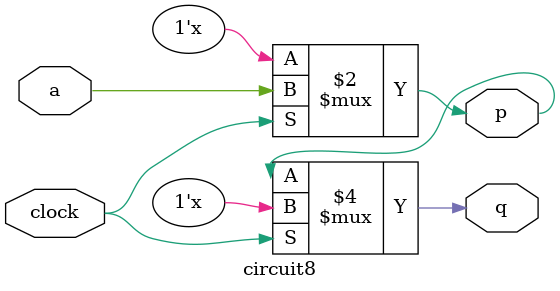
<source format=v>
module circuit8 (
	input clock,
	input a,
	output reg p,
	output reg q
);
	// sequential circuit
	// when clock is high, p = a. when clock is low, q = p.
	always @(*) begin
		p = clock ? a : p;
		q = ~clock  ? p : q;
   end
	
endmodule

</source>
